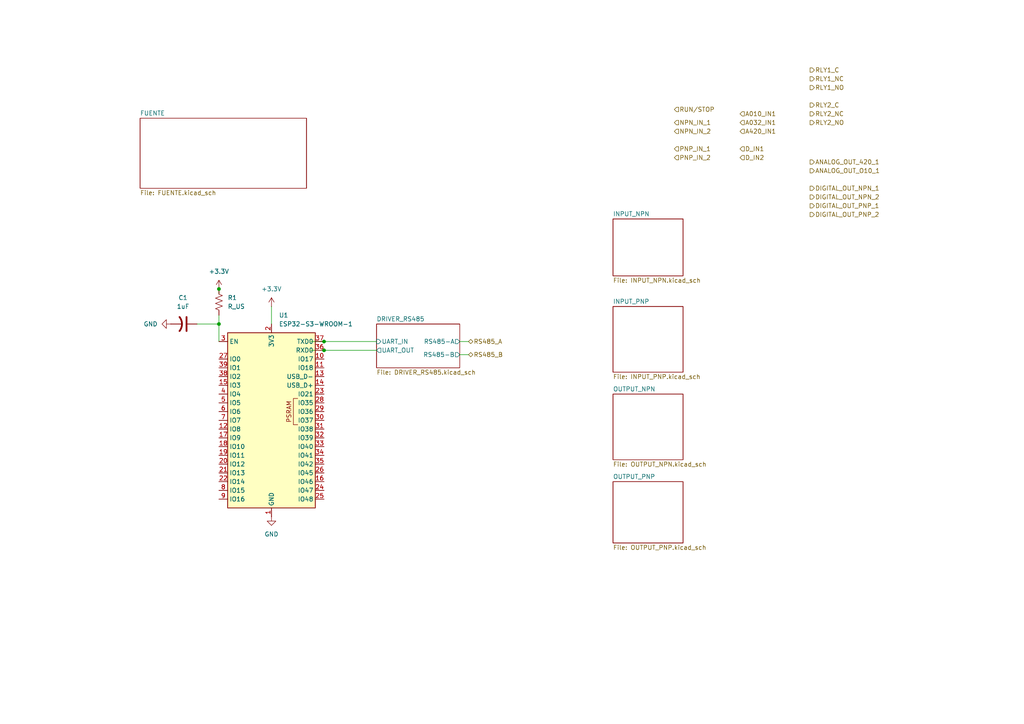
<source format=kicad_sch>
(kicad_sch
	(version 20250114)
	(generator "eeschema")
	(generator_version "9.0")
	(uuid "e41f1d87-856d-4c4b-8923-1ce291ea9feb")
	(paper "A4")
	(lib_symbols
		(symbol "Device:C_US"
			(pin_numbers
				(hide yes)
			)
			(pin_names
				(offset 0.254)
				(hide yes)
			)
			(exclude_from_sim no)
			(in_bom yes)
			(on_board yes)
			(property "Reference" "C"
				(at 0.635 2.54 0)
				(effects
					(font
						(size 1.27 1.27)
					)
					(justify left)
				)
			)
			(property "Value" "C_US"
				(at 0.635 -2.54 0)
				(effects
					(font
						(size 1.27 1.27)
					)
					(justify left)
				)
			)
			(property "Footprint" ""
				(at 0 0 0)
				(effects
					(font
						(size 1.27 1.27)
					)
					(hide yes)
				)
			)
			(property "Datasheet" ""
				(at 0 0 0)
				(effects
					(font
						(size 1.27 1.27)
					)
					(hide yes)
				)
			)
			(property "Description" "capacitor, US symbol"
				(at 0 0 0)
				(effects
					(font
						(size 1.27 1.27)
					)
					(hide yes)
				)
			)
			(property "ki_keywords" "cap capacitor"
				(at 0 0 0)
				(effects
					(font
						(size 1.27 1.27)
					)
					(hide yes)
				)
			)
			(property "ki_fp_filters" "C_*"
				(at 0 0 0)
				(effects
					(font
						(size 1.27 1.27)
					)
					(hide yes)
				)
			)
			(symbol "C_US_0_1"
				(polyline
					(pts
						(xy -2.032 0.762) (xy 2.032 0.762)
					)
					(stroke
						(width 0.508)
						(type default)
					)
					(fill
						(type none)
					)
				)
				(arc
					(start -2.032 -1.27)
					(mid 0 -0.5572)
					(end 2.032 -1.27)
					(stroke
						(width 0.508)
						(type default)
					)
					(fill
						(type none)
					)
				)
			)
			(symbol "C_US_1_1"
				(pin passive line
					(at 0 3.81 270)
					(length 2.794)
					(name "~"
						(effects
							(font
								(size 1.27 1.27)
							)
						)
					)
					(number "1"
						(effects
							(font
								(size 1.27 1.27)
							)
						)
					)
				)
				(pin passive line
					(at 0 -3.81 90)
					(length 3.302)
					(name "~"
						(effects
							(font
								(size 1.27 1.27)
							)
						)
					)
					(number "2"
						(effects
							(font
								(size 1.27 1.27)
							)
						)
					)
				)
			)
			(embedded_fonts no)
		)
		(symbol "Device:R_US"
			(pin_numbers
				(hide yes)
			)
			(pin_names
				(offset 0)
			)
			(exclude_from_sim no)
			(in_bom yes)
			(on_board yes)
			(property "Reference" "R"
				(at 2.54 0 90)
				(effects
					(font
						(size 1.27 1.27)
					)
				)
			)
			(property "Value" "R_US"
				(at -2.54 0 90)
				(effects
					(font
						(size 1.27 1.27)
					)
				)
			)
			(property "Footprint" ""
				(at 1.016 -0.254 90)
				(effects
					(font
						(size 1.27 1.27)
					)
					(hide yes)
				)
			)
			(property "Datasheet" "~"
				(at 0 0 0)
				(effects
					(font
						(size 1.27 1.27)
					)
					(hide yes)
				)
			)
			(property "Description" "Resistor, US symbol"
				(at 0 0 0)
				(effects
					(font
						(size 1.27 1.27)
					)
					(hide yes)
				)
			)
			(property "ki_keywords" "R res resistor"
				(at 0 0 0)
				(effects
					(font
						(size 1.27 1.27)
					)
					(hide yes)
				)
			)
			(property "ki_fp_filters" "R_*"
				(at 0 0 0)
				(effects
					(font
						(size 1.27 1.27)
					)
					(hide yes)
				)
			)
			(symbol "R_US_0_1"
				(polyline
					(pts
						(xy 0 2.286) (xy 0 2.54)
					)
					(stroke
						(width 0)
						(type default)
					)
					(fill
						(type none)
					)
				)
				(polyline
					(pts
						(xy 0 2.286) (xy 1.016 1.905) (xy 0 1.524) (xy -1.016 1.143) (xy 0 0.762)
					)
					(stroke
						(width 0)
						(type default)
					)
					(fill
						(type none)
					)
				)
				(polyline
					(pts
						(xy 0 0.762) (xy 1.016 0.381) (xy 0 0) (xy -1.016 -0.381) (xy 0 -0.762)
					)
					(stroke
						(width 0)
						(type default)
					)
					(fill
						(type none)
					)
				)
				(polyline
					(pts
						(xy 0 -0.762) (xy 1.016 -1.143) (xy 0 -1.524) (xy -1.016 -1.905) (xy 0 -2.286)
					)
					(stroke
						(width 0)
						(type default)
					)
					(fill
						(type none)
					)
				)
				(polyline
					(pts
						(xy 0 -2.286) (xy 0 -2.54)
					)
					(stroke
						(width 0)
						(type default)
					)
					(fill
						(type none)
					)
				)
			)
			(symbol "R_US_1_1"
				(pin passive line
					(at 0 3.81 270)
					(length 1.27)
					(name "~"
						(effects
							(font
								(size 1.27 1.27)
							)
						)
					)
					(number "1"
						(effects
							(font
								(size 1.27 1.27)
							)
						)
					)
				)
				(pin passive line
					(at 0 -3.81 90)
					(length 1.27)
					(name "~"
						(effects
							(font
								(size 1.27 1.27)
							)
						)
					)
					(number "2"
						(effects
							(font
								(size 1.27 1.27)
							)
						)
					)
				)
			)
			(embedded_fonts no)
		)
		(symbol "RF_Module:ESP32-S3-WROOM-1"
			(exclude_from_sim no)
			(in_bom yes)
			(on_board yes)
			(property "Reference" "U"
				(at -12.7 26.67 0)
				(effects
					(font
						(size 1.27 1.27)
					)
				)
			)
			(property "Value" "ESP32-S3-WROOM-1"
				(at 12.7 26.67 0)
				(effects
					(font
						(size 1.27 1.27)
					)
				)
			)
			(property "Footprint" "RF_Module:ESP32-S3-WROOM-1"
				(at 0 2.54 0)
				(effects
					(font
						(size 1.27 1.27)
					)
					(hide yes)
				)
			)
			(property "Datasheet" "https://www.espressif.com/sites/default/files/documentation/esp32-s3-wroom-1_wroom-1u_datasheet_en.pdf"
				(at 0 0 0)
				(effects
					(font
						(size 1.27 1.27)
					)
					(hide yes)
				)
			)
			(property "Description" "RF Module, ESP32-S3 SoC, Wi-Fi 802.11b/g/n, Bluetooth, BLE, 32-bit, 3.3V, onboard antenna, SMD"
				(at 0 0 0)
				(effects
					(font
						(size 1.27 1.27)
					)
					(hide yes)
				)
			)
			(property "ki_keywords" "RF Radio BT ESP ESP32-S3 Espressif onboard PCB antenna"
				(at 0 0 0)
				(effects
					(font
						(size 1.27 1.27)
					)
					(hide yes)
				)
			)
			(property "ki_fp_filters" "ESP32?S3?WROOM?1*"
				(at 0 0 0)
				(effects
					(font
						(size 1.27 1.27)
					)
					(hide yes)
				)
			)
			(symbol "ESP32-S3-WROOM-1_0_0"
				(rectangle
					(start -12.7 25.4)
					(end 12.7 -25.4)
					(stroke
						(width 0.254)
						(type default)
					)
					(fill
						(type background)
					)
				)
				(text "PSRAM"
					(at 5.08 2.54 900)
					(effects
						(font
							(size 1.27 1.27)
						)
					)
				)
			)
			(symbol "ESP32-S3-WROOM-1_0_1"
				(polyline
					(pts
						(xy 7.62 -1.27) (xy 6.35 -1.27) (xy 6.35 6.35) (xy 7.62 6.35)
					)
					(stroke
						(width 0)
						(type default)
					)
					(fill
						(type none)
					)
				)
			)
			(symbol "ESP32-S3-WROOM-1_1_1"
				(pin input line
					(at -15.24 22.86 0)
					(length 2.54)
					(name "EN"
						(effects
							(font
								(size 1.27 1.27)
							)
						)
					)
					(number "3"
						(effects
							(font
								(size 1.27 1.27)
							)
						)
					)
				)
				(pin bidirectional line
					(at -15.24 17.78 0)
					(length 2.54)
					(name "IO0"
						(effects
							(font
								(size 1.27 1.27)
							)
						)
					)
					(number "27"
						(effects
							(font
								(size 1.27 1.27)
							)
						)
					)
				)
				(pin bidirectional line
					(at -15.24 15.24 0)
					(length 2.54)
					(name "IO1"
						(effects
							(font
								(size 1.27 1.27)
							)
						)
					)
					(number "39"
						(effects
							(font
								(size 1.27 1.27)
							)
						)
					)
				)
				(pin bidirectional line
					(at -15.24 12.7 0)
					(length 2.54)
					(name "IO2"
						(effects
							(font
								(size 1.27 1.27)
							)
						)
					)
					(number "38"
						(effects
							(font
								(size 1.27 1.27)
							)
						)
					)
				)
				(pin bidirectional line
					(at -15.24 10.16 0)
					(length 2.54)
					(name "IO3"
						(effects
							(font
								(size 1.27 1.27)
							)
						)
					)
					(number "15"
						(effects
							(font
								(size 1.27 1.27)
							)
						)
					)
				)
				(pin bidirectional line
					(at -15.24 7.62 0)
					(length 2.54)
					(name "IO4"
						(effects
							(font
								(size 1.27 1.27)
							)
						)
					)
					(number "4"
						(effects
							(font
								(size 1.27 1.27)
							)
						)
					)
				)
				(pin bidirectional line
					(at -15.24 5.08 0)
					(length 2.54)
					(name "IO5"
						(effects
							(font
								(size 1.27 1.27)
							)
						)
					)
					(number "5"
						(effects
							(font
								(size 1.27 1.27)
							)
						)
					)
				)
				(pin bidirectional line
					(at -15.24 2.54 0)
					(length 2.54)
					(name "IO6"
						(effects
							(font
								(size 1.27 1.27)
							)
						)
					)
					(number "6"
						(effects
							(font
								(size 1.27 1.27)
							)
						)
					)
				)
				(pin bidirectional line
					(at -15.24 0 0)
					(length 2.54)
					(name "IO7"
						(effects
							(font
								(size 1.27 1.27)
							)
						)
					)
					(number "7"
						(effects
							(font
								(size 1.27 1.27)
							)
						)
					)
				)
				(pin bidirectional line
					(at -15.24 -2.54 0)
					(length 2.54)
					(name "IO8"
						(effects
							(font
								(size 1.27 1.27)
							)
						)
					)
					(number "12"
						(effects
							(font
								(size 1.27 1.27)
							)
						)
					)
				)
				(pin bidirectional line
					(at -15.24 -5.08 0)
					(length 2.54)
					(name "IO9"
						(effects
							(font
								(size 1.27 1.27)
							)
						)
					)
					(number "17"
						(effects
							(font
								(size 1.27 1.27)
							)
						)
					)
				)
				(pin bidirectional line
					(at -15.24 -7.62 0)
					(length 2.54)
					(name "IO10"
						(effects
							(font
								(size 1.27 1.27)
							)
						)
					)
					(number "18"
						(effects
							(font
								(size 1.27 1.27)
							)
						)
					)
				)
				(pin bidirectional line
					(at -15.24 -10.16 0)
					(length 2.54)
					(name "IO11"
						(effects
							(font
								(size 1.27 1.27)
							)
						)
					)
					(number "19"
						(effects
							(font
								(size 1.27 1.27)
							)
						)
					)
				)
				(pin bidirectional line
					(at -15.24 -12.7 0)
					(length 2.54)
					(name "IO12"
						(effects
							(font
								(size 1.27 1.27)
							)
						)
					)
					(number "20"
						(effects
							(font
								(size 1.27 1.27)
							)
						)
					)
				)
				(pin bidirectional line
					(at -15.24 -15.24 0)
					(length 2.54)
					(name "IO13"
						(effects
							(font
								(size 1.27 1.27)
							)
						)
					)
					(number "21"
						(effects
							(font
								(size 1.27 1.27)
							)
						)
					)
				)
				(pin bidirectional line
					(at -15.24 -17.78 0)
					(length 2.54)
					(name "IO14"
						(effects
							(font
								(size 1.27 1.27)
							)
						)
					)
					(number "22"
						(effects
							(font
								(size 1.27 1.27)
							)
						)
					)
				)
				(pin bidirectional line
					(at -15.24 -20.32 0)
					(length 2.54)
					(name "IO15"
						(effects
							(font
								(size 1.27 1.27)
							)
						)
					)
					(number "8"
						(effects
							(font
								(size 1.27 1.27)
							)
						)
					)
				)
				(pin bidirectional line
					(at -15.24 -22.86 0)
					(length 2.54)
					(name "IO16"
						(effects
							(font
								(size 1.27 1.27)
							)
						)
					)
					(number "9"
						(effects
							(font
								(size 1.27 1.27)
							)
						)
					)
				)
				(pin power_in line
					(at 0 27.94 270)
					(length 2.54)
					(name "3V3"
						(effects
							(font
								(size 1.27 1.27)
							)
						)
					)
					(number "2"
						(effects
							(font
								(size 1.27 1.27)
							)
						)
					)
				)
				(pin power_in line
					(at 0 -27.94 90)
					(length 2.54)
					(name "GND"
						(effects
							(font
								(size 1.27 1.27)
							)
						)
					)
					(number "1"
						(effects
							(font
								(size 1.27 1.27)
							)
						)
					)
				)
				(pin passive line
					(at 0 -27.94 90)
					(length 2.54)
					(hide yes)
					(name "GND"
						(effects
							(font
								(size 1.27 1.27)
							)
						)
					)
					(number "40"
						(effects
							(font
								(size 1.27 1.27)
							)
						)
					)
				)
				(pin passive line
					(at 0 -27.94 90)
					(length 2.54)
					(hide yes)
					(name "GND"
						(effects
							(font
								(size 1.27 1.27)
							)
						)
					)
					(number "41"
						(effects
							(font
								(size 1.27 1.27)
							)
						)
					)
				)
				(pin bidirectional line
					(at 15.24 22.86 180)
					(length 2.54)
					(name "TXD0"
						(effects
							(font
								(size 1.27 1.27)
							)
						)
					)
					(number "37"
						(effects
							(font
								(size 1.27 1.27)
							)
						)
					)
				)
				(pin bidirectional line
					(at 15.24 20.32 180)
					(length 2.54)
					(name "RXD0"
						(effects
							(font
								(size 1.27 1.27)
							)
						)
					)
					(number "36"
						(effects
							(font
								(size 1.27 1.27)
							)
						)
					)
				)
				(pin bidirectional line
					(at 15.24 17.78 180)
					(length 2.54)
					(name "IO17"
						(effects
							(font
								(size 1.27 1.27)
							)
						)
					)
					(number "10"
						(effects
							(font
								(size 1.27 1.27)
							)
						)
					)
				)
				(pin bidirectional line
					(at 15.24 15.24 180)
					(length 2.54)
					(name "IO18"
						(effects
							(font
								(size 1.27 1.27)
							)
						)
					)
					(number "11"
						(effects
							(font
								(size 1.27 1.27)
							)
						)
					)
				)
				(pin bidirectional line
					(at 15.24 12.7 180)
					(length 2.54)
					(name "USB_D-"
						(effects
							(font
								(size 1.27 1.27)
							)
						)
					)
					(number "13"
						(effects
							(font
								(size 1.27 1.27)
							)
						)
					)
					(alternate "IO19" bidirectional line)
				)
				(pin bidirectional line
					(at 15.24 10.16 180)
					(length 2.54)
					(name "USB_D+"
						(effects
							(font
								(size 1.27 1.27)
							)
						)
					)
					(number "14"
						(effects
							(font
								(size 1.27 1.27)
							)
						)
					)
					(alternate "IO20" bidirectional line)
				)
				(pin bidirectional line
					(at 15.24 7.62 180)
					(length 2.54)
					(name "IO21"
						(effects
							(font
								(size 1.27 1.27)
							)
						)
					)
					(number "23"
						(effects
							(font
								(size 1.27 1.27)
							)
						)
					)
				)
				(pin bidirectional line
					(at 15.24 5.08 180)
					(length 2.54)
					(name "IO35"
						(effects
							(font
								(size 1.27 1.27)
							)
						)
					)
					(number "28"
						(effects
							(font
								(size 1.27 1.27)
							)
						)
					)
				)
				(pin bidirectional line
					(at 15.24 2.54 180)
					(length 2.54)
					(name "IO36"
						(effects
							(font
								(size 1.27 1.27)
							)
						)
					)
					(number "29"
						(effects
							(font
								(size 1.27 1.27)
							)
						)
					)
				)
				(pin bidirectional line
					(at 15.24 0 180)
					(length 2.54)
					(name "IO37"
						(effects
							(font
								(size 1.27 1.27)
							)
						)
					)
					(number "30"
						(effects
							(font
								(size 1.27 1.27)
							)
						)
					)
				)
				(pin bidirectional line
					(at 15.24 -2.54 180)
					(length 2.54)
					(name "IO38"
						(effects
							(font
								(size 1.27 1.27)
							)
						)
					)
					(number "31"
						(effects
							(font
								(size 1.27 1.27)
							)
						)
					)
				)
				(pin bidirectional line
					(at 15.24 -5.08 180)
					(length 2.54)
					(name "IO39"
						(effects
							(font
								(size 1.27 1.27)
							)
						)
					)
					(number "32"
						(effects
							(font
								(size 1.27 1.27)
							)
						)
					)
				)
				(pin bidirectional line
					(at 15.24 -7.62 180)
					(length 2.54)
					(name "IO40"
						(effects
							(font
								(size 1.27 1.27)
							)
						)
					)
					(number "33"
						(effects
							(font
								(size 1.27 1.27)
							)
						)
					)
				)
				(pin bidirectional line
					(at 15.24 -10.16 180)
					(length 2.54)
					(name "IO41"
						(effects
							(font
								(size 1.27 1.27)
							)
						)
					)
					(number "34"
						(effects
							(font
								(size 1.27 1.27)
							)
						)
					)
				)
				(pin bidirectional line
					(at 15.24 -12.7 180)
					(length 2.54)
					(name "IO42"
						(effects
							(font
								(size 1.27 1.27)
							)
						)
					)
					(number "35"
						(effects
							(font
								(size 1.27 1.27)
							)
						)
					)
				)
				(pin bidirectional line
					(at 15.24 -15.24 180)
					(length 2.54)
					(name "IO45"
						(effects
							(font
								(size 1.27 1.27)
							)
						)
					)
					(number "26"
						(effects
							(font
								(size 1.27 1.27)
							)
						)
					)
				)
				(pin bidirectional line
					(at 15.24 -17.78 180)
					(length 2.54)
					(name "IO46"
						(effects
							(font
								(size 1.27 1.27)
							)
						)
					)
					(number "16"
						(effects
							(font
								(size 1.27 1.27)
							)
						)
					)
				)
				(pin bidirectional line
					(at 15.24 -20.32 180)
					(length 2.54)
					(name "IO47"
						(effects
							(font
								(size 1.27 1.27)
							)
						)
					)
					(number "24"
						(effects
							(font
								(size 1.27 1.27)
							)
						)
					)
				)
				(pin bidirectional line
					(at 15.24 -22.86 180)
					(length 2.54)
					(name "IO48"
						(effects
							(font
								(size 1.27 1.27)
							)
						)
					)
					(number "25"
						(effects
							(font
								(size 1.27 1.27)
							)
						)
					)
				)
			)
			(embedded_fonts no)
		)
		(symbol "power:+3.3V"
			(power)
			(pin_numbers
				(hide yes)
			)
			(pin_names
				(offset 0)
				(hide yes)
			)
			(exclude_from_sim no)
			(in_bom yes)
			(on_board yes)
			(property "Reference" "#PWR"
				(at 0 -3.81 0)
				(effects
					(font
						(size 1.27 1.27)
					)
					(hide yes)
				)
			)
			(property "Value" "+3.3V"
				(at 0 3.556 0)
				(effects
					(font
						(size 1.27 1.27)
					)
				)
			)
			(property "Footprint" ""
				(at 0 0 0)
				(effects
					(font
						(size 1.27 1.27)
					)
					(hide yes)
				)
			)
			(property "Datasheet" ""
				(at 0 0 0)
				(effects
					(font
						(size 1.27 1.27)
					)
					(hide yes)
				)
			)
			(property "Description" "Power symbol creates a global label with name \"+3.3V\""
				(at 0 0 0)
				(effects
					(font
						(size 1.27 1.27)
					)
					(hide yes)
				)
			)
			(property "ki_keywords" "global power"
				(at 0 0 0)
				(effects
					(font
						(size 1.27 1.27)
					)
					(hide yes)
				)
			)
			(symbol "+3.3V_0_1"
				(polyline
					(pts
						(xy -0.762 1.27) (xy 0 2.54)
					)
					(stroke
						(width 0)
						(type default)
					)
					(fill
						(type none)
					)
				)
				(polyline
					(pts
						(xy 0 2.54) (xy 0.762 1.27)
					)
					(stroke
						(width 0)
						(type default)
					)
					(fill
						(type none)
					)
				)
				(polyline
					(pts
						(xy 0 0) (xy 0 2.54)
					)
					(stroke
						(width 0)
						(type default)
					)
					(fill
						(type none)
					)
				)
			)
			(symbol "+3.3V_1_1"
				(pin power_in line
					(at 0 0 90)
					(length 0)
					(name "~"
						(effects
							(font
								(size 1.27 1.27)
							)
						)
					)
					(number "1"
						(effects
							(font
								(size 1.27 1.27)
							)
						)
					)
				)
			)
			(embedded_fonts no)
		)
		(symbol "power:GND"
			(power)
			(pin_numbers
				(hide yes)
			)
			(pin_names
				(offset 0)
				(hide yes)
			)
			(exclude_from_sim no)
			(in_bom yes)
			(on_board yes)
			(property "Reference" "#PWR"
				(at 0 -6.35 0)
				(effects
					(font
						(size 1.27 1.27)
					)
					(hide yes)
				)
			)
			(property "Value" "GND"
				(at 0 -3.81 0)
				(effects
					(font
						(size 1.27 1.27)
					)
				)
			)
			(property "Footprint" ""
				(at 0 0 0)
				(effects
					(font
						(size 1.27 1.27)
					)
					(hide yes)
				)
			)
			(property "Datasheet" ""
				(at 0 0 0)
				(effects
					(font
						(size 1.27 1.27)
					)
					(hide yes)
				)
			)
			(property "Description" "Power symbol creates a global label with name \"GND\" , ground"
				(at 0 0 0)
				(effects
					(font
						(size 1.27 1.27)
					)
					(hide yes)
				)
			)
			(property "ki_keywords" "global power"
				(at 0 0 0)
				(effects
					(font
						(size 1.27 1.27)
					)
					(hide yes)
				)
			)
			(symbol "GND_0_1"
				(polyline
					(pts
						(xy 0 0) (xy 0 -1.27) (xy 1.27 -1.27) (xy 0 -2.54) (xy -1.27 -1.27) (xy 0 -1.27)
					)
					(stroke
						(width 0)
						(type default)
					)
					(fill
						(type none)
					)
				)
			)
			(symbol "GND_1_1"
				(pin power_in line
					(at 0 0 270)
					(length 0)
					(name "~"
						(effects
							(font
								(size 1.27 1.27)
							)
						)
					)
					(number "1"
						(effects
							(font
								(size 1.27 1.27)
							)
						)
					)
				)
			)
			(embedded_fonts no)
		)
	)
	(junction
		(at 93.98 99.06)
		(diameter 0)
		(color 0 0 0 0)
		(uuid "3d8d3c27-b7bf-4699-97e3-fc9ed6223ef5")
	)
	(junction
		(at 63.5 93.98)
		(diameter 0)
		(color 0 0 0 0)
		(uuid "6f47fce2-9f94-44d2-9b2a-b515555f4647")
	)
	(junction
		(at 63.5 83.82)
		(diameter 0)
		(color 0 0 0 0)
		(uuid "7bc51b34-17cf-4998-adff-25fb8f131e9c")
	)
	(junction
		(at 93.98 101.6)
		(diameter 0)
		(color 0 0 0 0)
		(uuid "f2bdde01-1ace-4e2d-935b-aca51653b84e")
	)
	(wire
		(pts
			(xy 133.35 99.06) (xy 135.89 99.06)
		)
		(stroke
			(width 0)
			(type default)
		)
		(uuid "04a83d50-e381-466b-bfbe-21e813accf0e")
	)
	(wire
		(pts
			(xy 63.5 93.98) (xy 63.5 99.06)
		)
		(stroke
			(width 0)
			(type default)
		)
		(uuid "1213674a-4d21-4e3f-8316-c9f112bdf219")
	)
	(wire
		(pts
			(xy 93.98 101.6) (xy 109.22 101.6)
		)
		(stroke
			(width 0)
			(type default)
		)
		(uuid "39a6b6dc-458b-48d3-84cf-5cca4f3d4621")
	)
	(wire
		(pts
			(xy 57.15 93.98) (xy 63.5 93.98)
		)
		(stroke
			(width 0)
			(type default)
		)
		(uuid "61136322-288a-451c-bb1d-4600ffcb3728")
	)
	(wire
		(pts
			(xy 90.17 99.06) (xy 93.98 99.06)
		)
		(stroke
			(width 0)
			(type default)
		)
		(uuid "9cbb3d5c-009b-41c7-85df-c7360cdff0f0")
	)
	(wire
		(pts
			(xy 63.5 85.09) (xy 63.5 83.82)
		)
		(stroke
			(width 0)
			(type default)
		)
		(uuid "9fd79e68-939c-4f48-a841-8d39d3bca04b")
	)
	(wire
		(pts
			(xy 93.98 99.06) (xy 109.22 99.06)
		)
		(stroke
			(width 0)
			(type default)
		)
		(uuid "d09c302a-2135-4479-8164-7545b908d61d")
	)
	(wire
		(pts
			(xy 78.74 88.9) (xy 78.74 93.98)
		)
		(stroke
			(width 0)
			(type default)
		)
		(uuid "da5b6f8a-211a-450b-abca-5d1f2c691d0d")
	)
	(wire
		(pts
			(xy 63.5 91.44) (xy 63.5 93.98)
		)
		(stroke
			(width 0)
			(type default)
		)
		(uuid "e69cbd4f-1942-4a60-9678-6e2363cf60bb")
	)
	(wire
		(pts
			(xy 90.17 101.6) (xy 93.98 101.6)
		)
		(stroke
			(width 0)
			(type default)
		)
		(uuid "fed6de4f-b0b6-4ceb-9453-67d5bdce2e48")
	)
	(wire
		(pts
			(xy 133.35 102.87) (xy 135.89 102.87)
		)
		(stroke
			(width 0)
			(type default)
		)
		(uuid "ff0b74ae-0db8-46a3-99e3-e697d337022b")
	)
	(hierarchical_label "RS485_B"
		(shape bidirectional)
		(at 135.89 102.87 0)
		(effects
			(font
				(size 1.27 1.27)
			)
			(justify left)
		)
		(uuid "04182407-354c-40e2-af81-82223308c5fb")
	)
	(hierarchical_label "PNP_IN_2"
		(shape input)
		(at 195.58 45.72 0)
		(effects
			(font
				(size 1.27 1.27)
			)
			(justify left)
		)
		(uuid "255dd86d-aa78-42a2-a8af-fa450423b3a5")
	)
	(hierarchical_label "NPN_IN_1"
		(shape input)
		(at 195.58 35.56 0)
		(effects
			(font
				(size 1.27 1.27)
			)
			(justify left)
		)
		(uuid "2b8b4f26-8f85-4cdc-afc3-5335a60614a7")
	)
	(hierarchical_label "RLY2_NO"
		(shape output)
		(at 234.95 35.56 0)
		(effects
			(font
				(size 1.27 1.27)
			)
			(justify left)
		)
		(uuid "3d537852-9b53-416a-9873-3556c8a94892")
	)
	(hierarchical_label "RS485_A"
		(shape bidirectional)
		(at 135.89 99.06 0)
		(effects
			(font
				(size 1.27 1.27)
			)
			(justify left)
		)
		(uuid "47cbde4b-2317-4f00-8fbb-672b666821a1")
	)
	(hierarchical_label "RLY1_NO"
		(shape output)
		(at 234.95 25.4 0)
		(effects
			(font
				(size 1.27 1.27)
			)
			(justify left)
		)
		(uuid "57d0cb27-8318-4a83-a760-3bd8526273a8")
	)
	(hierarchical_label "D_IN2"
		(shape input)
		(at 214.63 45.72 0)
		(effects
			(font
				(size 1.27 1.27)
			)
			(justify left)
		)
		(uuid "6b95dde0-36f9-46bb-93e1-6ce368824a4d")
	)
	(hierarchical_label "DIGITAL_OUT_NPN_1"
		(shape output)
		(at 234.95 54.61 0)
		(effects
			(font
				(size 1.27 1.27)
			)
			(justify left)
		)
		(uuid "6d473998-adf8-4d33-a793-c79cab445015")
	)
	(hierarchical_label "DIGITAL_OUT_NPN_2"
		(shape output)
		(at 234.95 57.15 0)
		(effects
			(font
				(size 1.27 1.27)
			)
			(justify left)
		)
		(uuid "71f1ce30-04a8-4ce9-b2a3-f4aeb71e88ab")
	)
	(hierarchical_label "ANALOG_OUT_420_1"
		(shape output)
		(at 234.95 46.99 0)
		(effects
			(font
				(size 1.27 1.27)
			)
			(justify left)
		)
		(uuid "743572de-fa1c-4cb7-9359-13cadfd4d58d")
	)
	(hierarchical_label "DIGITAL_OUT_PNP_2"
		(shape output)
		(at 234.95 62.23 0)
		(effects
			(font
				(size 1.27 1.27)
			)
			(justify left)
		)
		(uuid "8564ffe3-6ea8-4902-a0ac-a5261394bb92")
	)
	(hierarchical_label "NPN_IN_2"
		(shape input)
		(at 195.58 38.1 0)
		(effects
			(font
				(size 1.27 1.27)
			)
			(justify left)
		)
		(uuid "8a2de463-70ab-463e-a106-a88616ffa84c")
	)
	(hierarchical_label "DIGITAL_OUT_PNP_1"
		(shape output)
		(at 234.95 59.69 0)
		(effects
			(font
				(size 1.27 1.27)
			)
			(justify left)
		)
		(uuid "94bede1e-d73b-41ca-bb31-81f9d8b36403")
	)
	(hierarchical_label "RUN{slash}STOP"
		(shape input)
		(at 195.58 31.75 0)
		(effects
			(font
				(size 1.27 1.27)
			)
			(justify left)
		)
		(uuid "98125eca-d7c1-475a-a547-7c02fc789f6e")
	)
	(hierarchical_label "ANALOG_OUT_O10_1"
		(shape output)
		(at 234.95 49.53 0)
		(effects
			(font
				(size 1.27 1.27)
			)
			(justify left)
		)
		(uuid "a1d310e1-d791-4469-8723-ef4778ed1ad0")
	)
	(hierarchical_label "A032_IN1"
		(shape input)
		(at 214.63 35.56 0)
		(effects
			(font
				(size 1.27 1.27)
			)
			(justify left)
		)
		(uuid "ac57b930-6bb5-4804-849f-154ea3562038")
	)
	(hierarchical_label "RLY1_NC"
		(shape output)
		(at 234.95 22.86 0)
		(effects
			(font
				(size 1.27 1.27)
			)
			(justify left)
		)
		(uuid "bff80dc6-32d3-4cc3-ba2d-5549958fef65")
	)
	(hierarchical_label "D_IN1"
		(shape input)
		(at 214.63 43.18 0)
		(effects
			(font
				(size 1.27 1.27)
			)
			(justify left)
		)
		(uuid "dd0273e9-1167-415e-879b-ecbe6e0c6b5e")
	)
	(hierarchical_label "RLY1_C"
		(shape output)
		(at 234.95 20.32 0)
		(effects
			(font
				(size 1.27 1.27)
			)
			(justify left)
		)
		(uuid "de196d70-e6d8-4cbc-843a-b4a9d4ab5820")
	)
	(hierarchical_label "PNP_IN_1"
		(shape input)
		(at 195.58 43.18 0)
		(effects
			(font
				(size 1.27 1.27)
			)
			(justify left)
		)
		(uuid "e327d71c-c576-4bd0-9c7e-d98dbc3ac5ff")
	)
	(hierarchical_label "A420_IN1"
		(shape input)
		(at 214.63 38.1 0)
		(effects
			(font
				(size 1.27 1.27)
			)
			(justify left)
		)
		(uuid "e4f3bbcc-af0c-4dee-a364-01f3366ff99b")
	)
	(hierarchical_label "RLY2_C"
		(shape output)
		(at 234.95 30.48 0)
		(effects
			(font
				(size 1.27 1.27)
			)
			(justify left)
		)
		(uuid "e5495d84-5ab4-42be-bad8-fc07446f685d")
	)
	(hierarchical_label "RLY2_NC"
		(shape output)
		(at 234.95 33.02 0)
		(effects
			(font
				(size 1.27 1.27)
			)
			(justify left)
		)
		(uuid "e898498f-2386-4fae-92be-4e338441acc3")
	)
	(hierarchical_label "A010_IN1"
		(shape input)
		(at 214.63 33.02 0)
		(effects
			(font
				(size 1.27 1.27)
			)
			(justify left)
		)
		(uuid "e9a58e93-9efb-4f84-afcd-b4be6a562dc3")
	)
	(symbol
		(lib_id "Device:C_US")
		(at 53.34 93.98 270)
		(unit 1)
		(exclude_from_sim no)
		(in_bom yes)
		(on_board yes)
		(dnp no)
		(fields_autoplaced yes)
		(uuid "0d50d56d-3663-44ad-9f2d-954249fe20a4")
		(property "Reference" "C1"
			(at 53.086 86.36 90)
			(effects
				(font
					(size 1.27 1.27)
				)
			)
		)
		(property "Value" "1uF"
			(at 53.086 88.9 90)
			(effects
				(font
					(size 1.27 1.27)
				)
			)
		)
		(property "Footprint" "Capacitor_SMD:C_0201_0603Metric"
			(at 53.34 93.98 0)
			(effects
				(font
					(size 1.27 1.27)
				)
				(hide yes)
			)
		)
		(property "Datasheet" ""
			(at 53.34 93.98 0)
			(effects
				(font
					(size 1.27 1.27)
				)
				(hide yes)
			)
		)
		(property "Description" "capacitor, US symbol"
			(at 53.34 93.98 0)
			(effects
				(font
					(size 1.27 1.27)
				)
				(hide yes)
			)
		)
		(pin "1"
			(uuid "2bb0fd8f-a142-47e7-9544-e535cda8671b")
		)
		(pin "2"
			(uuid "670de75d-3f9b-4b93-8469-197fe2503a14")
		)
		(instances
			(project ""
				(path "/6e75f459-6987-4339-89e3-aaf3c6cdec65/7b92e9b5-01f3-49b8-8382-7f592b7977da"
					(reference "C1")
					(unit 1)
				)
			)
		)
	)
	(symbol
		(lib_id "power:GND")
		(at 49.53 93.98 270)
		(unit 1)
		(exclude_from_sim no)
		(in_bom yes)
		(on_board yes)
		(dnp no)
		(fields_autoplaced yes)
		(uuid "585ae263-9e8d-42d5-8f3a-31ae02049cf1")
		(property "Reference" "#PWR09"
			(at 43.18 93.98 0)
			(effects
				(font
					(size 1.27 1.27)
				)
				(hide yes)
			)
		)
		(property "Value" "GND"
			(at 45.72 93.9799 90)
			(effects
				(font
					(size 1.27 1.27)
				)
				(justify right)
			)
		)
		(property "Footprint" ""
			(at 49.53 93.98 0)
			(effects
				(font
					(size 1.27 1.27)
				)
				(hide yes)
			)
		)
		(property "Datasheet" ""
			(at 49.53 93.98 0)
			(effects
				(font
					(size 1.27 1.27)
				)
				(hide yes)
			)
		)
		(property "Description" "Power symbol creates a global label with name \"GND\" , ground"
			(at 49.53 93.98 0)
			(effects
				(font
					(size 1.27 1.27)
				)
				(hide yes)
			)
		)
		(pin "1"
			(uuid "c7145557-5299-49a7-be9a-b55a140c04f3")
		)
		(instances
			(project "ELECTIVA - PCB"
				(path "/6e75f459-6987-4339-89e3-aaf3c6cdec65/7b92e9b5-01f3-49b8-8382-7f592b7977da"
					(reference "#PWR09")
					(unit 1)
				)
			)
		)
	)
	(symbol
		(lib_id "RF_Module:ESP32-S3-WROOM-1")
		(at 78.74 121.92 0)
		(unit 1)
		(exclude_from_sim no)
		(in_bom yes)
		(on_board yes)
		(dnp no)
		(fields_autoplaced yes)
		(uuid "9eea3f2f-3513-4755-a902-dcf8ed9837be")
		(property "Reference" "U1"
			(at 80.8833 91.44 0)
			(effects
				(font
					(size 1.27 1.27)
				)
				(justify left)
			)
		)
		(property "Value" "ESP32-S3-WROOM-1"
			(at 80.8833 93.98 0)
			(effects
				(font
					(size 1.27 1.27)
				)
				(justify left)
			)
		)
		(property "Footprint" "RF_Module:ESP32-S3-WROOM-1"
			(at 78.74 119.38 0)
			(effects
				(font
					(size 1.27 1.27)
				)
				(hide yes)
			)
		)
		(property "Datasheet" "https://www.espressif.com/sites/default/files/documentation/esp32-s3-wroom-1_wroom-1u_datasheet_en.pdf"
			(at 78.74 121.92 0)
			(effects
				(font
					(size 1.27 1.27)
				)
				(hide yes)
			)
		)
		(property "Description" "RF Module, ESP32-S3 SoC, Wi-Fi 802.11b/g/n, Bluetooth, BLE, 32-bit, 3.3V, onboard antenna, SMD"
			(at 78.74 121.92 0)
			(effects
				(font
					(size 1.27 1.27)
				)
				(hide yes)
			)
		)
		(pin "21"
			(uuid "7b42dcfe-a300-4a37-aba4-393070d46aef")
		)
		(pin "1"
			(uuid "d09592e7-4380-43f5-98e1-63d13fb2082c")
		)
		(pin "41"
			(uuid "599ca2cb-19bb-4639-a75f-5b5ef53f8332")
		)
		(pin "15"
			(uuid "de3d3a9f-4137-4c41-86dc-79d1bbdc8f11")
		)
		(pin "39"
			(uuid "7bbbb67a-384b-44ab-88ad-49d44a6e8a64")
		)
		(pin "6"
			(uuid "d7e3837c-8122-4ebb-9cff-fd299f8021fe")
		)
		(pin "7"
			(uuid "a922df05-a3d9-4372-a8cb-fd9271a72428")
		)
		(pin "4"
			(uuid "04d830d8-00af-46e6-a4e0-3c466cf1b409")
		)
		(pin "17"
			(uuid "1ca97a95-3c26-4e07-87bc-f3b24f46bac0")
		)
		(pin "38"
			(uuid "2a82719f-a9ee-49ee-ba89-1f31bb714b2c")
		)
		(pin "20"
			(uuid "d1307f13-062e-428f-8fea-db8b7a3a944e")
		)
		(pin "8"
			(uuid "e74a5c95-6048-4ee5-a73d-dea6c267dce3")
		)
		(pin "19"
			(uuid "c6bfcffd-40fa-4315-9980-a96d4e362ec4")
		)
		(pin "27"
			(uuid "3c9eb083-0b58-40c4-8a8a-0c59d6d72b94")
		)
		(pin "12"
			(uuid "55ca625f-d78d-4ade-b8fe-9dd879680c95")
		)
		(pin "22"
			(uuid "9060fa99-0759-4c3e-a897-f8d07187d14e")
		)
		(pin "9"
			(uuid "d0a7cd4c-d090-46df-a095-44d9e4cf93b7")
		)
		(pin "3"
			(uuid "ea549859-c5dd-44a1-bc5b-9d31005e4e45")
		)
		(pin "5"
			(uuid "98bd3224-1c98-43ed-a20a-6161fc050b3d")
		)
		(pin "18"
			(uuid "d8521ab4-6952-4b01-93db-1d3bf36ef46d")
		)
		(pin "2"
			(uuid "6439aab2-04ca-44b6-8cdf-53d7701ed77f")
		)
		(pin "40"
			(uuid "4351d70e-f4bd-4a68-9ac7-a9ee1cdb415d")
		)
		(pin "33"
			(uuid "7c6fcd60-10d0-4167-a571-53725eab19c6")
		)
		(pin "11"
			(uuid "88f91ac5-27ca-4ece-8e12-fb5e46000652")
		)
		(pin "31"
			(uuid "ef12dde3-3d1e-4122-89f8-cf12c8ce93e0")
		)
		(pin "36"
			(uuid "6e087d91-3d52-422d-896b-c10fb0b0fb6d")
		)
		(pin "10"
			(uuid "dc8706b8-da14-409c-839b-a835572f998b")
		)
		(pin "37"
			(uuid "90a3489a-b648-4013-b842-6b692638d22c")
		)
		(pin "23"
			(uuid "4c6311ae-b7e8-48af-a3d2-52fa3a97cd20")
		)
		(pin "30"
			(uuid "847d02f3-fb98-411e-b55b-62643664a5e4")
		)
		(pin "24"
			(uuid "5c89ca8f-38df-4995-b557-2c41b95e44df")
		)
		(pin "13"
			(uuid "b3fff151-d312-4063-b97c-9ae85690c59b")
		)
		(pin "32"
			(uuid "42f1199c-fdc2-4577-a747-ea17990b9a14")
		)
		(pin "25"
			(uuid "cd31675b-4c80-4f0b-afdf-3cae9477708c")
		)
		(pin "29"
			(uuid "8eb92762-2632-4ae0-8787-09141d46e16b")
		)
		(pin "28"
			(uuid "06f8281c-f806-49e3-9ee7-99934cae175c")
		)
		(pin "35"
			(uuid "c87d6966-a0e3-4de4-a8f0-4752248e3c1c")
		)
		(pin "34"
			(uuid "15fe5ff7-cb5b-47a5-8521-85f5475b96ed")
		)
		(pin "26"
			(uuid "8b19d3bc-18e1-480c-870a-f16e5c14c571")
		)
		(pin "14"
			(uuid "1a250de2-376b-458a-acf7-4b1d84dc7396")
		)
		(pin "16"
			(uuid "621eaf4b-b8bb-4b1f-a6d9-ffd2a8843229")
		)
		(instances
			(project ""
				(path "/6e75f459-6987-4339-89e3-aaf3c6cdec65/7b92e9b5-01f3-49b8-8382-7f592b7977da"
					(reference "U1")
					(unit 1)
				)
			)
		)
	)
	(symbol
		(lib_id "Device:R_US")
		(at 63.5 87.63 0)
		(unit 1)
		(exclude_from_sim no)
		(in_bom yes)
		(on_board yes)
		(dnp no)
		(fields_autoplaced yes)
		(uuid "c11eb5f1-7a4a-44d3-aa25-18850ddad070")
		(property "Reference" "R1"
			(at 66.04 86.3599 0)
			(effects
				(font
					(size 1.27 1.27)
				)
				(justify left)
			)
		)
		(property "Value" "R_US"
			(at 66.04 88.8999 0)
			(effects
				(font
					(size 1.27 1.27)
				)
				(justify left)
			)
		)
		(property "Footprint" "PCM_4ms_Resistor:R_0603"
			(at 64.516 87.884 90)
			(effects
				(font
					(size 1.27 1.27)
				)
				(hide yes)
			)
		)
		(property "Datasheet" "~"
			(at 63.5 87.63 0)
			(effects
				(font
					(size 1.27 1.27)
				)
				(hide yes)
			)
		)
		(property "Description" "Resistor, US symbol"
			(at 63.5 87.63 0)
			(effects
				(font
					(size 1.27 1.27)
				)
				(hide yes)
			)
		)
		(pin "1"
			(uuid "b928fc42-0b10-4d56-90a2-730d9e84e217")
		)
		(pin "2"
			(uuid "1c96c0f1-8e90-403e-9df5-3a96d89b7c9d")
		)
		(instances
			(project ""
				(path "/6e75f459-6987-4339-89e3-aaf3c6cdec65/7b92e9b5-01f3-49b8-8382-7f592b7977da"
					(reference "R1")
					(unit 1)
				)
			)
		)
	)
	(symbol
		(lib_id "power:GND")
		(at 78.74 149.86 0)
		(unit 1)
		(exclude_from_sim no)
		(in_bom yes)
		(on_board yes)
		(dnp no)
		(fields_autoplaced yes)
		(uuid "cdaad9a3-d15d-433e-a09f-be6fa8dcc4c1")
		(property "Reference" "#PWR07"
			(at 78.74 156.21 0)
			(effects
				(font
					(size 1.27 1.27)
				)
				(hide yes)
			)
		)
		(property "Value" "GND"
			(at 78.74 154.94 0)
			(effects
				(font
					(size 1.27 1.27)
				)
			)
		)
		(property "Footprint" ""
			(at 78.74 149.86 0)
			(effects
				(font
					(size 1.27 1.27)
				)
				(hide yes)
			)
		)
		(property "Datasheet" ""
			(at 78.74 149.86 0)
			(effects
				(font
					(size 1.27 1.27)
				)
				(hide yes)
			)
		)
		(property "Description" "Power symbol creates a global label with name \"GND\" , ground"
			(at 78.74 149.86 0)
			(effects
				(font
					(size 1.27 1.27)
				)
				(hide yes)
			)
		)
		(pin "1"
			(uuid "588f53f9-6fbb-4bc9-853c-c0133748be5b")
		)
		(instances
			(project ""
				(path "/6e75f459-6987-4339-89e3-aaf3c6cdec65/7b92e9b5-01f3-49b8-8382-7f592b7977da"
					(reference "#PWR07")
					(unit 1)
				)
			)
		)
	)
	(symbol
		(lib_id "power:+3.3V")
		(at 78.74 88.9 0)
		(unit 1)
		(exclude_from_sim no)
		(in_bom yes)
		(on_board yes)
		(dnp no)
		(fields_autoplaced yes)
		(uuid "d11c1087-92df-42ca-a82c-8b1249ac7679")
		(property "Reference" "#PWR06"
			(at 78.74 92.71 0)
			(effects
				(font
					(size 1.27 1.27)
				)
				(hide yes)
			)
		)
		(property "Value" "+3.3V"
			(at 78.74 83.82 0)
			(effects
				(font
					(size 1.27 1.27)
				)
			)
		)
		(property "Footprint" ""
			(at 78.74 88.9 0)
			(effects
				(font
					(size 1.27 1.27)
				)
				(hide yes)
			)
		)
		(property "Datasheet" ""
			(at 78.74 88.9 0)
			(effects
				(font
					(size 1.27 1.27)
				)
				(hide yes)
			)
		)
		(property "Description" "Power symbol creates a global label with name \"+3.3V\""
			(at 78.74 88.9 0)
			(effects
				(font
					(size 1.27 1.27)
				)
				(hide yes)
			)
		)
		(pin "1"
			(uuid "da3325b0-ab3c-4c62-a434-a808d540ae9f")
		)
		(instances
			(project ""
				(path "/6e75f459-6987-4339-89e3-aaf3c6cdec65/7b92e9b5-01f3-49b8-8382-7f592b7977da"
					(reference "#PWR06")
					(unit 1)
				)
			)
		)
	)
	(symbol
		(lib_id "power:+3.3V")
		(at 63.5 83.82 0)
		(unit 1)
		(exclude_from_sim no)
		(in_bom yes)
		(on_board yes)
		(dnp no)
		(fields_autoplaced yes)
		(uuid "d8032d18-f731-41ee-9556-86b71cd0017f")
		(property "Reference" "#PWR08"
			(at 63.5 87.63 0)
			(effects
				(font
					(size 1.27 1.27)
				)
				(hide yes)
			)
		)
		(property "Value" "+3.3V"
			(at 63.5 78.74 0)
			(effects
				(font
					(size 1.27 1.27)
				)
			)
		)
		(property "Footprint" ""
			(at 63.5 83.82 0)
			(effects
				(font
					(size 1.27 1.27)
				)
				(hide yes)
			)
		)
		(property "Datasheet" ""
			(at 63.5 83.82 0)
			(effects
				(font
					(size 1.27 1.27)
				)
				(hide yes)
			)
		)
		(property "Description" "Power symbol creates a global label with name \"+3.3V\""
			(at 63.5 83.82 0)
			(effects
				(font
					(size 1.27 1.27)
				)
				(hide yes)
			)
		)
		(pin "1"
			(uuid "cc6a5f84-0f78-41c1-97a1-9e5806040dbd")
		)
		(instances
			(project "ELECTIVA - PCB"
				(path "/6e75f459-6987-4339-89e3-aaf3c6cdec65/7b92e9b5-01f3-49b8-8382-7f592b7977da"
					(reference "#PWR08")
					(unit 1)
				)
			)
		)
	)
	(sheet
		(at 177.8 88.9)
		(size 20.32 19.05)
		(exclude_from_sim no)
		(in_bom yes)
		(on_board yes)
		(dnp no)
		(fields_autoplaced yes)
		(stroke
			(width 0.1524)
			(type solid)
		)
		(fill
			(color 0 0 0 0.0000)
		)
		(uuid "0320cf89-b5f9-4439-b8f4-845caa1db805")
		(property "Sheetname" "INPUT_PNP"
			(at 177.8 88.1884 0)
			(effects
				(font
					(size 1.27 1.27)
				)
				(justify left bottom)
			)
		)
		(property "Sheetfile" "INPUT_PNP.kicad_sch"
			(at 177.8 108.5346 0)
			(effects
				(font
					(size 1.27 1.27)
				)
				(justify left top)
			)
		)
		(instances
			(project "ELECTIVA - PCB"
				(path "/6e75f459-6987-4339-89e3-aaf3c6cdec65/7b92e9b5-01f3-49b8-8382-7f592b7977da"
					(page "6")
				)
			)
		)
	)
	(sheet
		(at 177.8 114.3)
		(size 20.32 19.05)
		(exclude_from_sim no)
		(in_bom yes)
		(on_board yes)
		(dnp no)
		(fields_autoplaced yes)
		(stroke
			(width 0.1524)
			(type solid)
		)
		(fill
			(color 0 0 0 0.0000)
		)
		(uuid "19311784-8f30-4401-b7fd-44aae131b765")
		(property "Sheetname" "OUTPUT_NPN"
			(at 177.8 113.5884 0)
			(effects
				(font
					(size 1.27 1.27)
				)
				(justify left bottom)
			)
		)
		(property "Sheetfile" "OUTPUT_NPN.kicad_sch"
			(at 177.8 133.9346 0)
			(effects
				(font
					(size 1.27 1.27)
				)
				(justify left top)
			)
		)
		(property "Field2" ""
			(at 177.8 114.3 0)
			(effects
				(font
					(size 1.27 1.27)
				)
			)
		)
		(instances
			(project "ELECTIVA - PCB"
				(path "/6e75f459-6987-4339-89e3-aaf3c6cdec65/7b92e9b5-01f3-49b8-8382-7f592b7977da"
					(page "7")
				)
			)
		)
	)
	(sheet
		(at 177.8 139.7)
		(size 20.32 17.78)
		(exclude_from_sim no)
		(in_bom yes)
		(on_board yes)
		(dnp no)
		(fields_autoplaced yes)
		(stroke
			(width 0.1524)
			(type solid)
		)
		(fill
			(color 0 0 0 0.0000)
		)
		(uuid "1a698aab-4c8f-46b0-a81b-e6d4d99dc529")
		(property "Sheetname" "OUTPUT_PNP"
			(at 177.8 138.9884 0)
			(effects
				(font
					(size 1.27 1.27)
				)
				(justify left bottom)
			)
		)
		(property "Sheetfile" "OUTPUT_PNP.kicad_sch"
			(at 177.8 158.0646 0)
			(effects
				(font
					(size 1.27 1.27)
				)
				(justify left top)
			)
		)
		(instances
			(project "ELECTIVA - PCB"
				(path "/6e75f459-6987-4339-89e3-aaf3c6cdec65/7b92e9b5-01f3-49b8-8382-7f592b7977da"
					(page "8")
				)
			)
		)
	)
	(sheet
		(at 109.22 93.98)
		(size 24.13 12.7)
		(exclude_from_sim no)
		(in_bom yes)
		(on_board yes)
		(dnp no)
		(fields_autoplaced yes)
		(stroke
			(width 0.1524)
			(type solid)
		)
		(fill
			(color 0 0 0 0.0000)
		)
		(uuid "9f8523fc-b6ea-43c2-b28e-6da9e774dbcd")
		(property "Sheetname" "DRIVER_RS485"
			(at 109.22 93.2684 0)
			(effects
				(font
					(size 1.27 1.27)
				)
				(justify left bottom)
			)
		)
		(property "Sheetfile" "DRIVER_RS485.kicad_sch"
			(at 109.22 107.2646 0)
			(effects
				(font
					(size 1.27 1.27)
				)
				(justify left top)
			)
		)
		(pin "RS485-A" output
			(at 133.35 99.06 0)
			(uuid "3cfb9598-b29f-4644-a5c9-b65f0537f43b")
			(effects
				(font
					(size 1.27 1.27)
				)
				(justify right)
			)
		)
		(pin "RS485-B" output
			(at 133.35 102.87 0)
			(uuid "46126cfc-86a8-4f4d-90b7-0db32b49967a")
			(effects
				(font
					(size 1.27 1.27)
				)
				(justify right)
			)
		)
		(pin "UART_IN" input
			(at 109.22 99.06 180)
			(uuid "330cebf4-72d8-4c4b-8d4b-936248dca71d")
			(effects
				(font
					(size 1.27 1.27)
				)
				(justify left)
			)
		)
		(pin "UART_OUT" output
			(at 109.22 101.6 180)
			(uuid "6145acbb-b3f0-4915-bc12-12eec6d98099")
			(effects
				(font
					(size 1.27 1.27)
				)
				(justify left)
			)
		)
		(instances
			(project "ELECTIVA - PCB"
				(path "/6e75f459-6987-4339-89e3-aaf3c6cdec65/7b92e9b5-01f3-49b8-8382-7f592b7977da"
					(page "4")
				)
			)
		)
	)
	(sheet
		(at 177.8 63.5)
		(size 20.32 16.51)
		(exclude_from_sim no)
		(in_bom yes)
		(on_board yes)
		(dnp no)
		(fields_autoplaced yes)
		(stroke
			(width 0.1524)
			(type solid)
		)
		(fill
			(color 0 0 0 0.0000)
		)
		(uuid "a403c5a2-e865-42a5-af8b-fc063493ac4e")
		(property "Sheetname" "INPUT_NPN"
			(at 177.8 62.7884 0)
			(effects
				(font
					(size 1.27 1.27)
				)
				(justify left bottom)
			)
		)
		(property "Sheetfile" "INPUT_NPN.kicad_sch"
			(at 177.8 80.5946 0)
			(effects
				(font
					(size 1.27 1.27)
				)
				(justify left top)
			)
		)
		(property "Field2" ""
			(at 177.8 63.5 0)
			(effects
				(font
					(size 1.27 1.27)
				)
			)
		)
		(instances
			(project "ELECTIVA - PCB"
				(path "/6e75f459-6987-4339-89e3-aaf3c6cdec65/7b92e9b5-01f3-49b8-8382-7f592b7977da"
					(page "5")
				)
			)
		)
	)
	(sheet
		(at 40.64 34.29)
		(size 48.26 20.32)
		(exclude_from_sim no)
		(in_bom yes)
		(on_board yes)
		(dnp no)
		(fields_autoplaced yes)
		(stroke
			(width 0.1524)
			(type solid)
		)
		(fill
			(color 0 0 0 0.0000)
		)
		(uuid "ed393681-2382-4a43-bf05-51fd6b57776c")
		(property "Sheetname" "FUENTE"
			(at 40.64 33.5784 0)
			(effects
				(font
					(size 1.27 1.27)
				)
				(justify left bottom)
			)
		)
		(property "Sheetfile" "FUENTE.kicad_sch"
			(at 40.64 55.1946 0)
			(effects
				(font
					(size 1.27 1.27)
				)
				(justify left top)
			)
		)
		(instances
			(project "ELECTIVA - PCB"
				(path "/6e75f459-6987-4339-89e3-aaf3c6cdec65/7b92e9b5-01f3-49b8-8382-7f592b7977da"
					(page "3")
				)
			)
		)
	)
)

</source>
